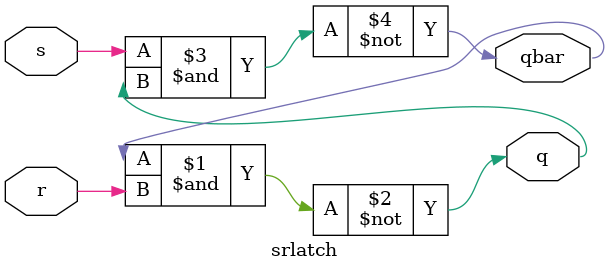
<source format=v>
module srlatch(q,qbar,s,r);
 output q,qbar;
 input s,r;
 assign q=~(qbar&r);
 assign qbar=~(s&q);
endmodule
</source>
